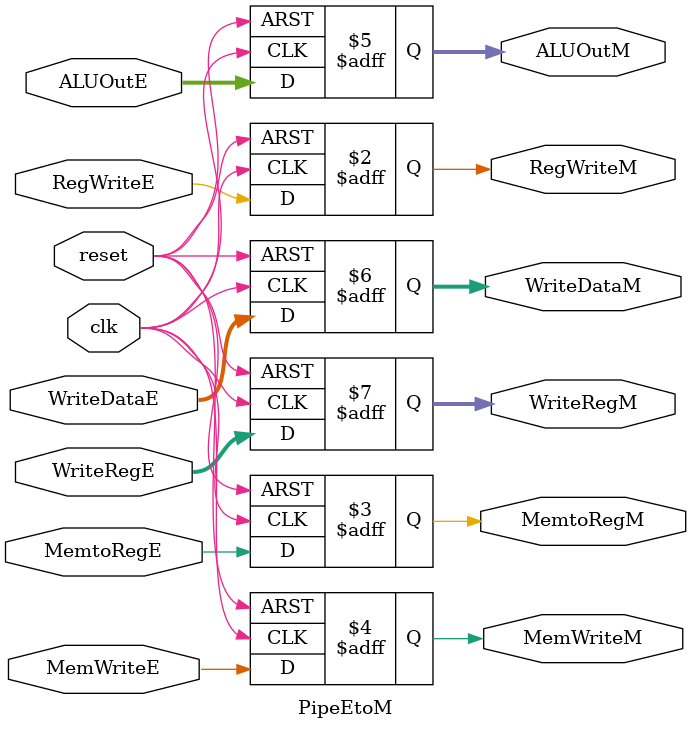
<source format=sv>
`timescale 1ns / 1ps
module PipeEtoM(input logic clk, reset, RegWriteE, MemtoRegE, MemWriteE, 
                input logic [31:0] ALUOutE, WriteDataE, 
                input logic [4:0] WriteRegE,
  	            output logic RegWriteM, MemtoRegM, MemWriteM, 
  	            output logic [31:0] ALUOutM, WriteDataM, 
  	            output logic [4:0] WriteRegM);
  	            
                  always_ff@(posedge clk, posedge reset) begin
                        
                        if(reset) begin
                            RegWriteM <= 0;
                            MemtoRegM <= 0;
                            MemWriteM <= 0;
                            ALUOutM <= 0;
                            WriteDataM <= 0;
                            WriteRegM <= 0;
                        end
                        else begin
                            RegWriteM <= RegWriteE;
                            MemtoRegM <= MemtoRegE;
                            MemWriteM <= MemWriteE;
                            ALUOutM <= ALUOutE;
                            WriteDataM <= WriteDataE;
                            WriteRegM <= WriteRegE;
                                      
                        end
                  end
endmodule
</source>
